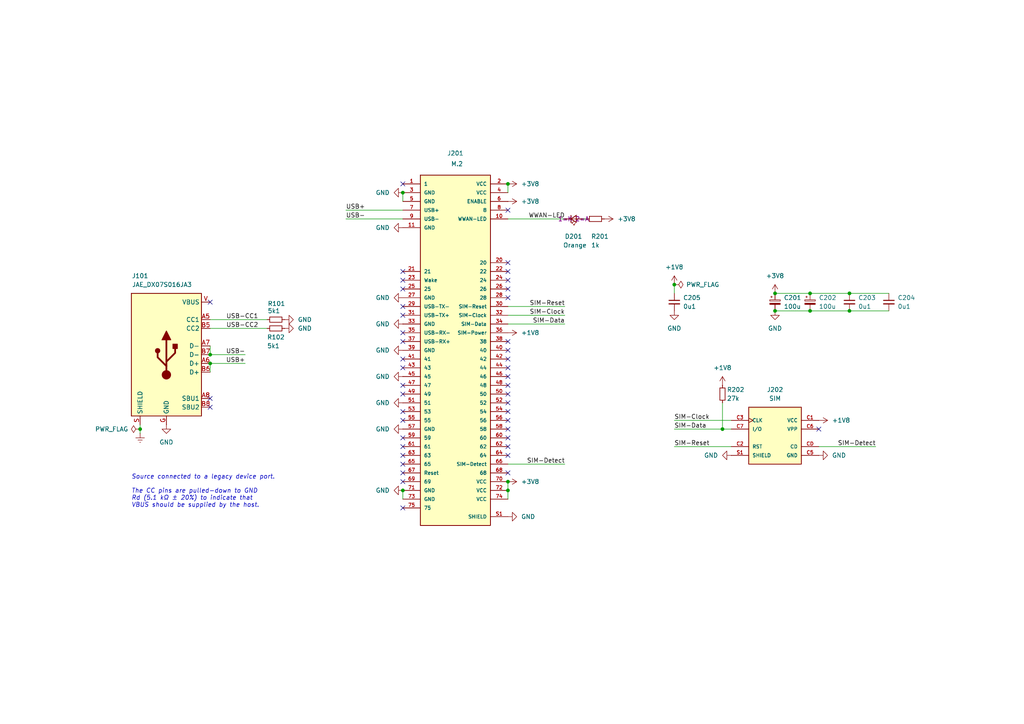
<source format=kicad_sch>
(kicad_sch (version 20250114) (generator "eeschema") (generator_version "9.0")
  (paper "A4")
  (title_block (title "Raspberry Pi 5") (date "2024-01-27") (rev "2") (company "WebThing") (comment 1 "M.2 Connector / LTE"))
  (lib_symbols
    (symbol "Device:C_Polarized_Small" (pin_numbers (hide yes)) (pin_names (offset 0.254) (hide yes))
      (property "Reference" "C" (at 0.254 1.778 0))
      (property "Value" "C_Polarized_Small" (at 0.254 -2.032 0))
      (symbol "C_Polarized_Small_0_1"
        (rectangle (start -1.524 0.6858) (end 1.524 0.3048))
        (rectangle (start -1.524 -0.3048) (end 1.524 -0.6858) (fill (type outline)))
        (polyline (pts (xy -1.27 1.524) (xy -0.762 1.524)))
        (polyline (pts (xy -1.016 1.27) (xy -1.016 1.778)))
      )
      (symbol "C_Polarized_Small_1_1"
        (pin passive line (at 0 2.54 270) (length 1.8542) (name "~") (number "1"))
        (pin passive line (at 0 -2.54 90) (length 1.8542) (name "~") (number "2"))
      )
    )
    (symbol "Device:C_Small" (pin_numbers (hide yes)) (pin_names (offset 0.254) (hide yes))
      (property "Reference" "C" (at 0.254 1.778 0))
      (property "Value" "C_Small" (at 0.254 -2.032 0))
      (symbol "C_Small_0_1"
        (polyline (pts (xy -1.524 0.508) (xy 1.524 0.508)) (stroke (width 0.3048)))
        (polyline (pts (xy -1.524 -0.508) (xy 1.524 -0.508)) (stroke (width 0.3302)))
      )
      (symbol "C_Small_1_1"
        (pin passive line (at 0 2.54 270) (length 2.032) (name "~") (number "1"))
        (pin passive line (at 0 -2.54 90) (length 2.032) (name "~") (number "2"))
      )
    )
    (symbol "Device:LED_Small" (pin_numbers (hide yes)) (pin_names (offset 0.254) (hide yes))
      (property "Reference" "D" (at -1.27 3.175 0))
      (property "Value" "LED_Small" (at -4.445 -2.54 0))
      (symbol "LED_Small_0_1"
        (polyline (pts (xy -0.762 -1.016) (xy -0.762 1.016)) (stroke (width 0.254)))
        (polyline (pts (xy 0 0.762) (xy -0.508 1.27) (xy -0.254 1.27) (xy -0.508 1.27) (xy -0.508 1.016)))
        (polyline (pts (xy 0.508 1.27) (xy 0 1.778) (xy 0.254 1.778) (xy 0 1.778) (xy 0 1.524)))
        (polyline (pts (xy 0.762 -1.016) (xy -0.762 0) (xy 0.762 1.016) (xy 0.762 -1.016)) (stroke (width 0.254)))
        (polyline (pts (xy 1.016 0) (xy -0.762 0)))
      )
      (symbol "LED_Small_1_1"
        (pin passive line (at -2.54 0 0) (length 1.778) (name "K") (number "1"))
        (pin passive line (at 2.54 0 180) (length 1.778) (name "A") (number "2"))
      )
    )
    (symbol "Device:R_Small" (pin_numbers (hide yes)) (pin_names (offset 0.254) (hide yes))
      (property "Reference" "R" (at 0 0 90))
      (property "Value" "R_Small" (at 1.778 0 90))
      (symbol "R_Small_0_1"
        (rectangle (start -0.762 1.778) (end 0.762 -1.778) (stroke (width 0.2032)))
      )
      (symbol "R_Small_1_1"
        (pin passive line (at 0 2.54 270) (length 0.762) (name "~") (number "1"))
        (pin passive line (at 0 -2.54 90) (length 0.762) (name "~") (number "2"))
      )
    )
    (symbol "V2_Connector_M2:Ampthenol_MDT180B01001" (pin_names (offset 1.016))
      (property "Reference" "J" (at -10.16 51.562 0))
      (symbol "Ampthenol_MDT180B01001_0_0"
        (rectangle (start -10.16 50.8) (end 10.16 -50.8) (stroke (width 0.254)) (fill (type background)))
        (pin passive line (at -15.24 48.26 0) (length 5.08) (name "1") (number "1"))
        (pin passive line (at -15.24 22.86 0) (length 5.08) (name "21") (number "21"))
        (pin passive line (at -15.24 17.78 0) (length 5.08) (name "25") (number "25"))
        (pin passive line (at -15.24 -2.54 0) (length 5.08) (name "41") (number "41"))
        (pin passive line (at -15.24 -5.08 0) (length 5.08) (name "43") (number "43"))
        (pin passive line (at -15.24 -7.62 0) (length 5.08) (name "45") (number "45"))
        (pin passive line (at -15.24 -10.16 0) (length 5.08) (name "47") (number "47"))
        (pin passive line (at -15.24 -12.7 0) (length 5.08) (name "49") (number "49"))
        (pin passive line (at -15.24 -15.24 0) (length 5.08) (name "51") (number "51"))
        (pin passive line (at -15.24 -17.78 0) (length 5.08) (name "53") (number "53"))
        (pin passive line (at -15.24 -20.32 0) (length 5.08) (name "55") (number "55"))
        (pin passive line (at -15.24 -25.4 0) (length 5.08) (name "59") (number "59"))
        (pin passive line (at -15.24 -27.94 0) (length 5.08) (name "61") (number "61"))
        (pin passive line (at -15.24 -30.48 0) (length 5.08) (name "63") (number "63"))
        (pin passive line (at -15.24 -33.02 0) (length 5.08) (name "65") (number "65"))
        (pin passive line (at -15.24 -38.1 0) (length 5.08) (name "69") (number "69"))
        (pin passive line (at -15.24 -45.72 0) (length 5.08) (name "75") (number "75"))
        (pin passive line (at 15.24 40.64 180) (length 5.08) (name "8") (number "8"))
        (pin passive line (at 15.24 25.4 180) (length 5.08) (name "20") (number "20"))
        (pin passive line (at 15.24 22.86 180) (length 5.08) (name "22") (number "22"))
        (pin passive line (at 15.24 20.32 180) (length 5.08) (name "24") (number "24"))
        (pin passive line (at 15.24 17.78 180) (length 5.08) (name "26") (number "26"))
        (pin passive line (at 15.24 15.24 180) (length 5.08) (name "28") (number "28"))
        (pin passive line (at 15.24 2.54 180) (length 5.08) (name "38") (number "38"))
        (pin passive line (at 15.24 0 180) (length 5.08) (name "40") (number "40"))
        (pin passive line (at 15.24 -2.54 180) (length 5.08) (name "42") (number "42"))
        (pin passive line (at 15.24 -5.08 180) (length 5.08) (name "44") (number "44"))
        (pin passive line (at 15.24 -7.62 180) (length 5.08) (name "46") (number "46"))
        (pin passive line (at 15.24 -10.16 180) (length 5.08) (name "48") (number "48"))
        (pin passive line (at 15.24 -12.7 180) (length 5.08) (name "50") (number "50"))
        (pin passive line (at 15.24 -15.24 180) (length 5.08) (name "52") (number "52"))
        (pin passive line (at 15.24 -17.78 180) (length 5.08) (name "54") (number "54"))
        (pin passive line (at 15.24 -20.32 180) (length 5.08) (name "56") (number "56"))
        (pin passive line (at 15.24 -22.86 180) (length 5.08) (name "58") (number "58"))
        (pin passive line (at 15.24 -25.4 180) (length 5.08) (name "60") (number "60"))
        (pin passive line (at 15.24 -27.94 180) (length 5.08) (name "62") (number "62"))
        (pin passive line (at 15.24 -30.48 180) (length 5.08) (name "64") (number "64"))
        (pin passive line (at 15.24 -48.26 180) (length 5.08) (name "SHIELD") (number "S1"))
      )
      (symbol "Ampthenol_MDT180B01001_1_0"
        (pin passive line (at -15.24 45.72 0) (length 5.08) (name "GND") (number "3"))
        (pin passive line (at -15.24 43.18 0) (length 5.08) (name "GND") (number "5"))
        (pin passive line (at -15.24 40.64 0) (length 5.08) (name "USB+") (number "7"))
        (pin passive line (at -15.24 38.1 0) (length 5.08) (name "USB-") (number "9"))
        (pin passive line (at -15.24 35.56 0) (length 5.08) (name "GND") (number "11"))
        (pin passive line (at -15.24 20.32 0) (length 5.08) (name "Wake") (number "23"))
        (pin passive line (at -15.24 15.24 0) (length 5.08) (name "GND") (number "27"))
        (pin passive line (at -15.24 12.7 0) (length 5.08) (name "USB-TX-") (number "29"))
        (pin passive line (at -15.24 10.16 0) (length 5.08) (name "USB-TX+") (number "31"))
        (pin passive line (at -15.24 7.62 0) (length 5.08) (name "GND") (number "33"))
        (pin passive line (at -15.24 5.08 0) (length 5.08) (name "USB-RX-") (number "35"))
        (pin passive line (at -15.24 2.54 0) (length 5.08) (name "USB-RX+") (number "37"))
        (pin passive line (at -15.24 0 0) (length 5.08) (name "GND") (number "39"))
        (pin passive line (at -15.24 -22.86 0) (length 5.08) (name "GND") (number "57"))
        (pin passive line (at -15.24 -35.56 0) (length 5.08) (name "Reset") (number "67"))
        (pin passive line (at -15.24 -40.64 0) (length 5.08) (name "GND") (number "71"))
        (pin passive line (at -15.24 -43.18 0) (length 5.08) (name "GND") (number "73"))
        (pin passive line (at 15.24 48.26 180) (length 5.08) (name "VCC") (number "2"))
        (pin passive line (at 15.24 45.72 180) (length 5.08) (name "VCC") (number "4"))
        (pin passive line (at 15.24 43.18 180) (length 5.08) (name "ENABLE") (number "6"))
        (pin passive line (at 15.24 38.1 180) (length 5.08) (name "WWAN-LED") (number "10"))
        (pin passive line (at 15.24 12.7 180) (length 5.08) (name "SIM-Reset") (number "30"))
        (pin passive line (at 15.24 10.16 180) (length 5.08) (name "SIM-Clock") (number "32"))
        (pin passive line (at 15.24 7.62 180) (length 5.08) (name "SIM-Data") (number "34"))
        (pin passive line (at 15.24 5.08 180) (length 5.08) (name "SIM-Power") (number "36"))
        (pin passive line (at 15.24 -33.02 180) (length 5.08) (name "SIM-Detect") (number "66"))
        (pin passive line (at 15.24 -35.56 180) (length 5.08) (name "68") (number "68"))
        (pin passive line (at 15.24 -38.1 180) (length 5.08) (name "VCC") (number "70"))
        (pin passive line (at 15.24 -40.64 180) (length 5.08) (name "VCC") (number "72"))
        (pin passive line (at 15.24 -43.18 180) (length 5.08) (name "VCC") (number "74"))
        (pin passive line (at 15.24 -48.26 180) (length 5.08) (hide yes) (name "SHIELD") (number "S2"))
        (pin passive line (at 15.24 -48.26 180) (length 5.08) (hide yes) (name "SHIELD") (number "SCREW"))
      )
    )
    (symbol "V2_Connector_SIM:G85D1171012HHR" (pin_names (offset 1.016))
      (property "Reference" "J" (at -10.16 8.382 0))
      (property "Value" "SIM" (at -7.62 -10.795 0))
      (symbol "G85D1171012HHR_0_0"
        (rectangle (start -7.62 8.89) (end 7.62 -7.62) (stroke (width 0.254)) (fill (type background)))
        (pin bidirectional line (at -12.7 2.54 0) (length 5.08) (name "I/O") (number "C7"))
        (pin input line (at -12.7 -2.54 0) (length 5.08) (name "RST") (number "C2"))
        (pin power_in line (at 12.7 5.08 180) (length 5.08) (name "VCC") (number "C1"))
        (pin passive line (at 12.7 2.54 180) (length 5.08) (name "VPP") (number "C6"))
        (pin passive line (at 12.7 -2.54 180) (length 5.08) (name "CD") (number "CD"))
        (pin power_in line (at 12.7 -5.08 180) (length 5.08) (name "GND") (number "C5"))
      )
      (symbol "G85D1171012HHR_1_0"
        (pin input clock (at -12.7 5.08 0) (length 5.08) (name "CLK") (number "C3"))
        (pin power_in line (at -12.7 -5.08 0) (length 5.08) (name "SHIELD") (number "S1"))
        (pin passive line (at -12.7 -5.08 0) (length 5.08) (hide yes) (name "SHIELD") (number "S2"))
        (pin passive line (at -12.7 -5.08 0) (length 5.08) (hide yes) (name "SHIELD") (number "S3"))
        (pin passive line (at -12.7 -5.08 0) (length 5.08) (hide yes) (name "SHIELD") (number "S4"))
      )
    )
    (symbol "V2_Connector_USB:JAE_DX07S016JA3"
      (property "Reference" "J" (at -10.16 22.86 0))
      (property "Value" "USB-C_2.0" (at -10.16 20.5 0))
      (symbol "JAE_DX07S016JA3_0_1"
        (rectangle (start -10.16 17.78) (end 10.16 -17.78) (stroke (width 0.254)) (fill (type background)))
        (circle (center -2.54 1.143) (radius 0.635) (stroke (width 0.254)) (fill (type outline)))
        (polyline (pts (xy -1.27 4.318) (xy 0 6.858) (xy 1.27 4.318) (xy -1.27 4.318)) (stroke (width 0.254)) (fill (type outline)))
        (polyline (pts (xy 0 -2.032) (xy 2.54 0.508) (xy 2.54 1.778)) (stroke (width 0.508)))
        (polyline (pts (xy 0 -3.302) (xy -2.54 -0.762) (xy -2.54 0.508)) (stroke (width 0.508)))
        (polyline (pts (xy 0 -5.842) (xy 0 4.318)) (stroke (width 0.508)))
        (circle (center 0 -5.842) (radius 1.27) (fill (type outline)))
        (rectangle (start 1.905 1.778) (end 3.175 3.048) (stroke (width 0.254)) (fill (type outline)))
      )
      (symbol "JAE_DX07S016JA3_1_1"
        (pin passive line (at -7.62 -20.32 90) (length 2.54) (name "SHIELD") (number "S"))
        (pin passive line (at 0 -20.32 90) (length 2.54) (name "GND") (number "G"))
        (pin passive line (at 12.7 15.24 180) (length 2.54) (name "VBUS") (number "V"))
        (pin bidirectional line (at 12.7 10.16 180) (length 2.54) (name "CC1") (number "A5"))
        (pin bidirectional line (at 12.7 7.62 180) (length 2.54) (name "CC2") (number "B5"))
        (pin bidirectional line (at 12.7 2.54 180) (length 2.54) (name "D-") (number "A7"))
        (pin bidirectional line (at 12.7 0 180) (length 2.54) (name "D-") (number "B7"))
        (pin bidirectional line (at 12.7 -2.54 180) (length 2.54) (name "D+") (number "A6"))
        (pin bidirectional line (at 12.7 -5.08 180) (length 2.54) (name "D+") (number "B6"))
        (pin bidirectional line (at 12.7 -12.7 180) (length 2.54) (name "SBU1") (number "A8"))
        (pin bidirectional line (at 12.7 -15.24 180) (length 2.54) (name "SBU2") (number "B8"))
      )
    )
    (symbol "power:+1V8" (power) (pin_numbers (hide yes)) (pin_names (offset 0) (hide yes))
      (property "Value" "+1V8" (at 0 3.556 0))
      (symbol "+1V8_0_1"
        (polyline (pts (xy -0.762 1.27) (xy 0 2.54)))
        (polyline (pts (xy 0 2.54) (xy 0.762 1.27)))
        (polyline (pts (xy 0 0) (xy 0 2.54)))
      )
      (symbol "+1V8_1_1"
        (pin power_in line (at 0 0 90) (length 0) (name "~") (number "1"))
      )
    )
    (symbol "power:+3V8" (power) (pin_numbers (hide yes)) (pin_names (offset 0) (hide yes))
      (property "Value" "+3V8" (at 0 3.556 0))
      (symbol "+3V8_0_1"
        (polyline (pts (xy -0.762 1.27) (xy 0 2.54)))
        (polyline (pts (xy 0 2.54) (xy 0.762 1.27)))
        (polyline (pts (xy 0 0) (xy 0 2.54)))
      )
      (symbol "+3V8_1_1"
        (pin power_in line (at 0 0 90) (length 0) (name "~") (number "1"))
      )
    )
    (symbol "power:Earth" (power) (pin_numbers (hide yes)) (pin_names (offset 0) (hide yes))
      (property "Value" "Earth" (at 0 -3.81 0))
      (symbol "Earth_0_1"
        (polyline (pts (xy -0.635 -1.905) (xy 0.635 -1.905)))
        (polyline (pts (xy -0.127 -2.54) (xy 0.127 -2.54)))
        (polyline (pts (xy 0 -1.27) (xy 0 0)))
        (polyline (pts (xy 1.27 -1.27) (xy -1.27 -1.27)))
      )
      (symbol "Earth_1_1"
        (pin power_in line (at 0 0 270) (length 0) (name "~") (number "1"))
      )
    )
    (symbol "power:GND" (power) (pin_numbers (hide yes)) (pin_names (offset 0) (hide yes))
      (property "Value" "GND" (at 0 -3.81 0))
      (symbol "GND_0_1"
        (polyline (pts (xy 0 0) (xy 0 -1.27) (xy 1.27 -1.27) (xy 0 -2.54) (xy -1.27 -1.27) (xy 0 -1.27)))
      )
      (symbol "GND_1_1"
        (pin power_in line (at 0 0 270) (length 0) (name "~") (number "1"))
      )
    )
    (symbol "power:PWR_FLAG" (power) (pin_numbers (hide yes)) (pin_names (offset 0) (hide yes))
      (property "Value" "PWR_FLAG" (at 0 3.81 0))
      (symbol "PWR_FLAG_0_0"
        (pin power_out line (at 0 0 90) (length 0) (name "~") (number "1"))
      )
      (symbol "PWR_FLAG_0_1"
        (polyline (pts (xy 0 0) (xy 0 1.27) (xy -1.016 1.905) (xy 0 2.54) (xy 1.016 1.905) (xy 0 1.27)))
      )
    )
  )
  (text "﻿Source connected to a legacy device port.\n\nThe CC pins are pulled-down to GND\nRd (5.1 kΩ ± 20%) to indicate that\nVBUS should be supplied by the host. " (at 38.1 147.32 0) (effects (font (size 1.27 1.27) (italic yes)) (justify left bottom)))
  (junction (at 116.84 55.88))
  (junction (at 246.38 90.17))
  (junction (at 224.79 85.09))
  (junction (at 147.32 53.34))
  (junction (at 224.79 90.17))
  (junction (at 234.95 85.09))
  (junction (at 246.38 85.09))
  (junction (at 60.96 105.41))
  (junction (at 209.55 124.46))
  (junction (at 147.32 142.24))
  (junction (at 40.64 124.46))
  (junction (at 234.95 90.17))
  (junction (at 147.32 139.7))
  (junction (at 60.96 102.87))
  (junction (at 116.84 142.24))
  (junction (at 195.58 82.55))
  (no_connect (at 147.32 86.36))
  (no_connect (at 116.84 137.16))
  (no_connect (at 116.84 132.08))
  (no_connect (at 147.32 76.2))
  (no_connect (at 147.32 101.6))
  (no_connect (at 116.84 134.62))
  (no_connect (at 116.84 91.44))
  (no_connect (at 147.32 60.96))
  (no_connect (at 116.84 129.54))
  (no_connect (at 116.84 53.34))
  (no_connect (at 147.32 99.06))
  (no_connect (at 116.84 114.3))
  (no_connect (at 147.32 104.14))
  (no_connect (at 147.32 119.38))
  (no_connect (at 116.84 147.32))
  (no_connect (at 116.84 104.14))
  (no_connect (at 147.32 137.16))
  (no_connect (at 147.32 127))
  (no_connect (at 116.84 96.52))
  (no_connect (at 116.84 106.68))
  (no_connect (at 116.84 127))
  (no_connect (at 147.32 106.68))
  (no_connect (at 147.32 109.22))
  (no_connect (at 116.84 119.38))
  (no_connect (at 147.32 124.46))
  (no_connect (at 116.84 121.92))
  (no_connect (at 116.84 111.76))
  (no_connect (at 147.32 132.08))
  (no_connect (at 116.84 83.82))
  (no_connect (at 147.32 111.76))
  (no_connect (at 116.84 99.06))
  (no_connect (at 147.32 129.54))
  (no_connect (at 116.84 81.28))
  (no_connect (at 60.96 87.63))
  (no_connect (at 147.32 81.28))
  (no_connect (at 147.32 121.92))
  (no_connect (at 116.84 78.74))
  (no_connect (at 237.49 124.46))
  (no_connect (at 147.32 78.74))
  (no_connect (at 147.32 116.84))
  (no_connect (at 116.84 139.7))
  (no_connect (at 60.96 115.57))
  (no_connect (at 147.32 114.3))
  (no_connect (at 147.32 83.82))
  (no_connect (at 60.96 118.11))
  (no_connect (at 116.84 88.9))
  (wire (pts (xy 116.84 63.5) (xy 100.33 63.5)))
  (wire (pts (xy 212.09 129.54) (xy 195.58 129.54)))
  (wire (pts (xy 60.96 105.41) (xy 71.12 105.41)))
  (wire (pts (xy 116.84 55.88) (xy 116.84 58.42)))
  (wire (pts (xy 212.09 124.46) (xy 209.55 124.46)))
  (wire (pts (xy 209.55 124.46) (xy 195.58 124.46)))
  (wire (pts (xy 163.83 91.44) (xy 147.32 91.44)))
  (wire (pts (xy 195.58 85.09) (xy 195.58 82.55)))
  (wire (pts (xy 209.55 116.84) (xy 209.55 124.46)))
  (wire (pts (xy 60.96 100.33) (xy 60.96 102.87)))
  (wire (pts (xy 212.09 121.92) (xy 195.58 121.92)))
  (wire (pts (xy 246.38 90.17) (xy 257.81 90.17)))
  (wire (pts (xy 163.83 93.98) (xy 147.32 93.98)))
  (wire (pts (xy 60.96 92.71) (xy 77.47 92.71)))
  (wire (pts (xy 116.84 142.24) (xy 116.84 144.78)))
  (wire (pts (xy 147.32 53.34) (xy 147.32 55.88)))
  (wire (pts (xy 163.83 134.62) (xy 147.32 134.62)))
  (wire (pts (xy 60.96 95.25) (xy 77.47 95.25)))
  (wire (pts (xy 163.83 88.9) (xy 147.32 88.9)))
  (wire (pts (xy 60.96 102.87) (xy 71.12 102.87)))
  (wire (pts (xy 224.79 90.17) (xy 234.95 90.17)))
  (wire (pts (xy 234.95 90.17) (xy 246.38 90.17)))
  (wire (pts (xy 60.96 105.41) (xy 60.96 107.95)))
  (wire (pts (xy 116.84 60.96) (xy 100.33 60.96)))
  (wire (pts (xy 40.64 125.73) (xy 40.64 124.46)))
  (wire (pts (xy 147.32 139.7) (xy 147.32 142.24)))
  (wire (pts (xy 246.38 85.09) (xy 257.81 85.09)))
  (wire (pts (xy 40.64 124.46) (xy 40.64 123.19)))
  (wire (pts (xy 234.95 85.09) (xy 246.38 85.09)))
  (wire (pts (xy 147.32 142.24) (xy 147.32 144.78)))
  (wire (pts (xy 163.83 63.5) (xy 147.32 63.5)))
  (wire (pts (xy 224.79 85.09) (xy 234.95 85.09)))
  (wire (pts (xy 168.91 63.5) (xy 170.18 63.5)))
  (wire (pts (xy 254 129.54) (xy 237.49 129.54)))
  (label "USB-" (at 100.33 63.5 0))
  (label "SIM-Detect" (at 254 129.54 180))
  (label "USB-" (at 71.12 102.87 180))
  (label "WWAN-LED" (at 163.83 63.5 180))
  (label "SIM-Data" (at 163.83 93.98 180))
  (label "SIM-Detect" (at 163.83 134.62 180))
  (label "SIM-Clock" (at 195.58 121.92 0))
  (label "USB+" (at 71.12 105.41 180))
  (label "SIM-Reset" (at 163.83 88.9 180))
  (label "USB+" (at 100.33 60.96 0))
  (label "SIM-Clock" (at 163.83 91.44 180))
  (label "SIM-Data" (at 195.58 124.46 0))
  (label "USB-CC2" (at 74.93 95.25 180))
  (label "SIM-Reset" (at 195.58 129.54 0))
  (label "USB-CC1" (at 74.93 92.71 180))
  (symbol (lib_id "Device:R_Small") (at 80.01 95.25 90) (unit 1)
    (property "Reference" "R102" (at 77.4699 97.79 90) (effects (justify right)))
    (property "Value" "5k1" (at 77.4699 100.33 90) (effects (justify right)))
    (property "Footprint" "Resistor_SMD:R_0603_1608Metric" (effects (hide yes)))
    (property "Description" "Resistor, small symbol" (effects (hide yes)))
  )
  (symbol (lib_id "power:+3V8") (at 147.32 53.34 270) (unit 1)
    (property "Reference" "#PWR0207" (effects (hide yes)))
    (property "Value" "+3V8" (at 151.13 53.34 90) (effects (justify left)))
    (property "Description" "Power symbol creates a global label with name \"+3V8\"" (effects (hide yes)))
  )
  (symbol (lib_id "Device:R_Small") (at 172.72 63.5 90) (unit 1)
    (property "Reference" "R201" (at 171.45 68.58 90) (effects (justify right)))
    (property "Value" "1k" (at 171.45 71.12 90) (effects (justify right)))
    (property "Footprint" "Resistor_SMD:R_0603_1608Metric" (effects (hide yes)))
    (property "Description" "Resistor, small symbol" (effects (hide yes)))
  )
  (symbol (lib_id "power:GND") (at 82.55 92.71 90) (unit 1)
    (property "Reference" "#PWR0104" (effects (hide yes)))
    (property "Value" "GND" (at 86.36 92.7099 90) (effects (justify right)))
    (property "Description" "Power symbol creates a global label with name \"GND\" , ground" (effects (hide yes)))
  )
  (symbol (lib_id "power:GND") (at 116.84 124.46 270) (unit 1)
    (property "Reference" "#PWR0205" (effects (hide yes)))
    (property "Value" "GND" (at 113.03 124.46 90) (effects (justify right)))
    (property "Description" "Power symbol creates a global label with name \"GND\" , ground" (effects (hide yes)))
  )
  (symbol (lib_id "power:Earth") (at 40.64 125.73 0) (unit 1)
    (property "Reference" "#PWR0222" (effects (hide yes)))
    (property "Value" "Earth" (effects (hide yes)))
    (property "Description" "Power symbol creates a global label with name \"Earth\"" (effects (hide yes)))
  )
  (symbol (lib_id "power:GND") (at 116.84 86.36 270) (unit 1)
    (property "Reference" "#PWR0202" (effects (hide yes)))
    (property "Value" "GND" (at 113.03 86.36 90) (effects (justify right)))
    (property "Description" "Power symbol creates a global label with name \"GND\" , ground" (effects (hide yes)))
  )
  (symbol (lib_id "power:GND") (at 237.49 132.08 90) (unit 1)
    (property "Reference" "#PWR0212" (effects (hide yes)))
    (property "Value" "GND" (at 241.3 132.08 90) (effects (justify right)))
    (property "Description" "Power symbol creates a global label with name \"GND\" , ground" (effects (hide yes)))
  )
  (symbol (lib_id "power:GND") (at 116.84 142.24 270) (unit 1)
    (property "Reference" "#PWR0206" (effects (hide yes)))
    (property "Value" "GND" (at 113.03 142.24 90) (effects (justify right)))
    (property "Description" "Power symbol creates a global label with name \"GND\" , ground" (effects (hide yes)))
  )
  (symbol (lib_id "power:PWR_FLAG") (at 195.58 82.55 270) (unit 1)
    (property "Reference" "#FLG0201" (effects (hide yes)))
    (property "Value" "PWR_FLAG" (at 203.835 82.55 90))
    (property "Description" "Special symbol for telling ERC where power comes from" (effects (hide yes)))
  )
  (symbol (lib_id "power:+3V8") (at 147.32 139.7 270) (unit 1)
    (property "Reference" "#PWR0208" (effects (hide yes)))
    (property "Value" "+3V8" (at 151.13 139.7 90) (effects (justify left)))
    (property "Description" "Power symbol creates a global label with name \"+3V8\"" (effects (hide yes)))
  )
  (symbol (lib_id "power:GND") (at 116.84 109.22 270) (unit 1)
    (property "Reference" "#PWR0223" (effects (hide yes)))
    (property "Value" "GND" (at 113.03 109.22 90) (effects (justify right)))
    (property "Description" "Power symbol creates a global label with name \"GND\" , ground" (effects (hide yes)))
  )
  (symbol (lib_id "power:GND") (at 82.55 95.25 90) (unit 1)
    (property "Reference" "#PWR0105" (effects (hide yes)))
    (property "Value" "GND" (at 86.36 95.2499 90) (effects (justify right)))
    (property "Description" "Power symbol creates a global label with name \"GND\" , ground" (effects (hide yes)))
  )
  (symbol (lib_id "power:+3V8") (at 175.26 63.5 270) (unit 1)
    (property "Reference" "#PWR0214" (effects (hide yes)))
    (property "Value" "+3V8" (at 179.07 63.5 90) (effects (justify left)))
    (property "Description" "Power symbol creates a global label with name \"+3V8\"" (effects (hide yes)))
  )
  (symbol (lib_id "Device:C_Small") (at 257.81 87.63 0) (unit 1)
    (property "Reference" "C204" (at 260.35 86.36 0) (effects (justify left)))
    (property "Value" "0u1" (at 260.35 88.9 0) (effects (justify left)))
    (property "Footprint" "Capacitor_SMD:C_0603_1608Metric" (effects (hide yes)))
    (property "Description" "Unpolarized capacitor, small symbol" (effects (hide yes)))
  )
  (symbol (lib_id "Device:LED_Small") (at 166.37 63.5 0) (mirror x) (unit 1)
    (property "Reference" "D201" (at 168.91 68.58 0) (effects (justify right)))
    (property "Value" "Orange" (at 170.18 71.12 0) (effects (justify right)))
    (property "Footprint" "LED_SMD:LED_0603_1608Metric" (effects (hide yes)))
    (property "Description" "Light emitting diode, small symbol" (effects (hide yes)))
    (property "Sim.Pin" "1=K 2=A" (at 166.37 63.5 0))
  )
  (symbol (lib_id "power:GND") (at 116.84 55.88 270) (unit 1)
    (property "Reference" "#PWR0201" (effects (hide yes)))
    (property "Value" "GND" (at 113.03 55.88 90) (effects (justify right)))
    (property "Description" "Power symbol creates a global label with name \"GND\" , ground" (effects (hide yes)))
  )
  (symbol (lib_id "power:GND") (at 116.84 93.98 270) (unit 1)
    (property "Reference" "#PWR0203" (effects (hide yes)))
    (property "Value" "GND" (at 113.03 93.98 90) (effects (justify right)))
    (property "Description" "Power symbol creates a global label with name \"GND\" , ground" (effects (hide yes)))
  )
  (symbol (lib_id "V2_Connector_USB:JAE_DX07S016JA3") (at 48.26 102.87 0) (unit 1)
    (property "Reference" "J101" (at 40.64 80.01 0))
    (property "Value" "JAE_DX07S016JA3" (at 46.99 82.55 0))
    (property "Footprint" "V2_Connector_USB:JAE_DX07S016JA3" (effects (hide yes)))
    (property "Datasheet" "https://www.usb.org/sites/default/files/documents/usb_type-c.zip" (effects (hide yes)))
    (property "Sim.Enable" "0" (at 48.26 102.87 0))
  )
  (symbol (lib_id "V2_Connector_SIM:G85D1171012HHR") (at 224.79 127 0) (unit 1)
    (property "Reference" "J202" (at 224.79 113.03 0))
    (property "Value" "SIM" (at 224.79 115.57 0))
    (property "Footprint" "V2_Connector_SIM:Amphenol_G85D1171012HHR" (effects (hide yes)))
  )
  (symbol (lib_id "power:+1V8") (at 195.58 82.55 0) (unit 1)
    (property "Reference" "#PWR0217" (effects (hide yes)))
    (property "Value" "+1V8" (at 195.58 77.47 0))
    (property "Description" "Power symbol creates a global label with name \"+1V8\"" (effects (hide yes)))
  )
  (symbol (lib_id "power:GND") (at 212.09 132.08 270) (unit 1)
    (property "Reference" "#PWR0213" (effects (hide yes)))
    (property "Value" "GND" (at 208.28 132.08 90) (effects (justify right)))
    (property "Description" "Power symbol creates a global label with name \"GND\" , ground" (effects (hide yes)))
  )
  (symbol (lib_id "power:GND") (at 195.58 90.17 0) (unit 1)
    (property "Reference" "#PWR0218" (effects (hide yes)))
    (property "Value" "GND" (at 195.58 95.25 0))
    (property "Description" "Power symbol creates a global label with name \"GND\" , ground" (effects (hide yes)))
  )
  (symbol (lib_id "power:PWR_FLAG") (at 40.64 124.46 90) (unit 1)
    (property "Reference" "#FLG0202" (effects (hide yes)))
    (property "Value" "PWR_FLAG" (at 32.385 124.46 90))
    (property "Description" "Special symbol for telling ERC where power comes from" (effects (hide yes)))
  )
  (symbol (lib_id "power:+3V8") (at 147.32 58.42 270) (unit 1)
    (property "Reference" "#PWR0209" (effects (hide yes)))
    (property "Value" "+3V8" (at 151.13 58.42 90) (effects (justify left)))
    (property "Description" "Power symbol creates a global label with name \"+3V8\"" (effects (hide yes)))
  )
  (symbol (lib_id "power:+1V8") (at 237.49 121.92 270) (unit 1)
    (property "Reference" "#PWR0220" (effects (hide yes)))
    (property "Value" "+1V8" (at 241.3 121.92 90) (effects (justify left)))
    (property "Description" "Power symbol creates a global label with name \"+1V8\"" (effects (hide yes)))
  )
  (symbol (lib_id "power:GND") (at 116.84 101.6 270) (unit 1)
    (property "Reference" "#PWR0204" (effects (hide yes)))
    (property "Value" "GND" (at 113.03 101.6 90) (effects (justify right)))
    (property "Description" "Power symbol creates a global label with name \"GND\" , ground" (effects (hide yes)))
  )
  (symbol (lib_id "Device:R_Small") (at 80.01 92.71 90) (unit 1)
    (property "Reference" "R101" (at 82.7509 88.0654 90) (effects (justify left)))
    (property "Value" "5k1" (at 81.2799 90.17 90) (effects (justify left)))
    (property "Footprint" "Resistor_SMD:R_0603_1608Metric" (effects (hide yes)))
    (property "Description" "Resistor, small symbol" (effects (hide yes)))
  )
  (symbol (lib_id "power:GND") (at 116.84 66.04 270) (unit 1)
    (property "Reference" "#PWR0210" (effects (hide yes)))
    (property "Value" "GND" (at 113.03 66.04 90) (effects (justify right)))
    (property "Description" "Power symbol creates a global label with name \"GND\" , ground" (effects (hide yes)))
  )
  (symbol (lib_id "Device:C_Polarized_Small") (at 234.95 87.63 0) (unit 1)
    (property "Reference" "C202" (at 237.49 86.36 0) (effects (justify left)))
    (property "Value" "100u" (at 237.49 88.9 0) (effects (justify left)))
    (property "Footprint" "Capacitor_Tantalum_SMD:CP_EIA-3528-21_Kemet-B" (effects (hide yes)))
    (property "Description" "Polarized capacitor, small symbol" (effects (hide yes)))
  )
  (symbol (lib_id "power:+1V8") (at 209.55 111.76 0) (unit 1)
    (property "Reference" "#PWR0221" (effects (hide yes)))
    (property "Value" "+1V8" (at 209.55 106.68 0))
    (property "Description" "Power symbol creates a global label with name \"+1V8\"" (effects (hide yes)))
  )
  (symbol (lib_id "Device:C_Small") (at 246.38 87.63 0) (unit 1)
    (property "Reference" "C203" (at 248.92 86.36 0) (effects (justify left)))
    (property "Value" "0u1" (at 248.92 88.9 0) (effects (justify left)))
    (property "Footprint" "Capacitor_SMD:C_0603_1608Metric" (effects (hide yes)))
    (property "Description" "Unpolarized capacitor, small symbol" (effects (hide yes)))
  )
  (symbol (lib_id "power:GND") (at 224.79 90.17 0) (unit 1)
    (property "Reference" "#PWR0215" (effects (hide yes)))
    (property "Value" "GND" (at 224.79 95.25 0))
    (property "Description" "Power symbol creates a global label with name \"GND\" , ground" (effects (hide yes)))
  )
  (symbol (lib_id "power:GND") (at 147.32 149.86 90) (unit 1)
    (property "Reference" "#PWR0211" (effects (hide yes)))
    (property "Value" "GND" (at 151.13 149.86 90) (effects (justify right)))
    (property "Description" "Power symbol creates a global label with name \"GND\" , ground" (effects (hide yes)))
  )
  (symbol (lib_id "Device:C_Polarized_Small") (at 224.79 87.63 0) (unit 1)
    (property "Reference" "C201" (at 227.33 86.36 0) (effects (justify left)))
    (property "Value" "100u" (at 227.33 88.9 0) (effects (justify left)))
    (property "Footprint" "Capacitor_Tantalum_SMD:CP_EIA-3528-21_Kemet-B" (effects (hide yes)))
    (property "Description" "Polarized capacitor, small symbol" (effects (hide yes)))
  )
  (symbol (lib_id "power:+1V8") (at 147.32 96.52 270) (unit 1)
    (property "Reference" "#PWR0219" (effects (hide yes)))
    (property "Value" "+1V8" (at 151.13 96.52 90) (effects (justify left)))
    (property "Description" "Power symbol creates a global label with name \"+1V8\"" (effects (hide yes)))
  )
  (symbol (lib_id "power:GND") (at 48.26 123.19 0) (unit 1)
    (property "Reference" "#PWR0107" (effects (hide yes)))
    (property "Value" "GND" (at 48.26 128.27 0))
    (property "Description" "Power symbol creates a global label with name \"GND\" , ground" (effects (hide yes)))
  )
  (symbol (lib_id "power:+3V8") (at 224.79 85.09 0) (unit 1)
    (property "Reference" "#PWR0216" (effects (hide yes)))
    (property "Value" "+3V8" (at 224.79 80.01 0))
    (property "Description" "Power symbol creates a global label with name \"+3V8\"" (effects (hide yes)))
  )
  (symbol (lib_id "power:GND") (at 116.84 116.84 270) (unit 1)
    (property "Reference" "#PWR0224" (effects (hide yes)))
    (property "Value" "GND" (at 113.03 116.84 90) (effects (justify right)))
    (property "Description" "Power symbol creates a global label with name \"GND\" , ground" (effects (hide yes)))
  )
  (symbol (lib_id "Device:R_Small") (at 209.55 114.3 0) (unit 1)
    (property "Reference" "R202" (at 210.82 113.03 0) (effects (justify left)))
    (property "Value" "27k" (at 210.82 115.57 0) (effects (justify left)))
    (property "Footprint" "Resistor_SMD:R_0603_1608Metric" (effects (hide yes)))
    (property "Description" "Resistor, small symbol" (effects (hide yes)))
  )
  (symbol (lib_id "V2_Connector_M2:Ampthenol_MDT180B01001") (at 132.08 101.6 0) (unit 1)
    (property "Reference" "J201" (at 132.08 44.45 0))
    (property "Value" "M.2" (at 130.81 48.26 0) (effects (justify left bottom)))
    (property "Footprint" "V2_Connector_M2:MDT180B01001" (effects (hide yes)))
    (property "Sim.Enable" "0" (at 132.08 101.6 0))
  )
  (symbol (lib_id "Device:C_Small") (at 195.58 87.63 0) (unit 1)
    (property "Reference" "C205" (at 198.12 86.36 0) (effects (justify left)))
    (property "Value" "0u1" (at 198.12 88.9 0) (effects (justify left)))
    (property "Footprint" "Capacitor_SMD:C_0603_1608Metric" (effects (hide yes)))
    (property "Description" "Unpolarized capacitor, small symbol" (effects (hide yes)))
  )
)
</source>
